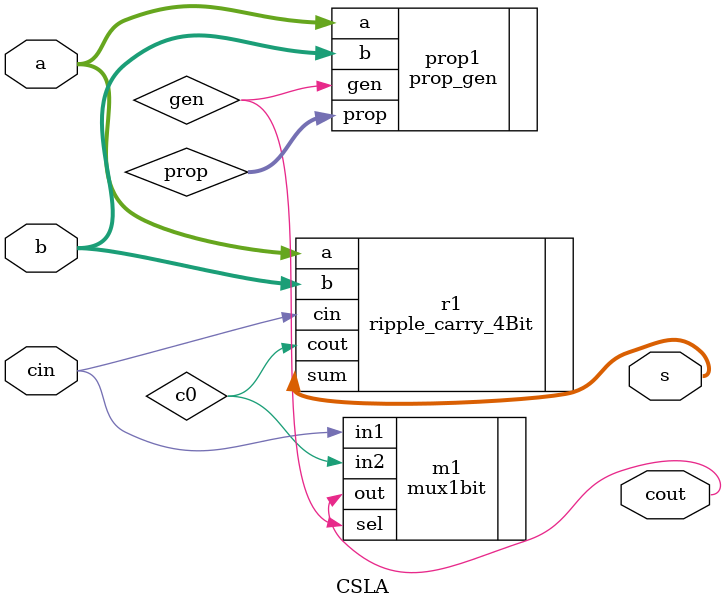
<source format=v>
`timescale 1ns / 1ps


module CSLA(
input [3:0]a,b,
input cin,
output [3:0]s,
output cout
);
wire [3:0]prop;
wire gen;
wire c0;
ripple_carry_4Bit r1(.a(a[3:0]),.b(b[3:0]),.cin(cin),.cout(c0),.sum(s[3:0]));
prop_gen prop1(.a(a[3:0]),.b(b[3:0]),.prop(prop[3:0]),.gen(gen));
mux1bit m1(.in1(cin),.in2(c0),.sel(gen),.out(cout));
endmodule

</source>
